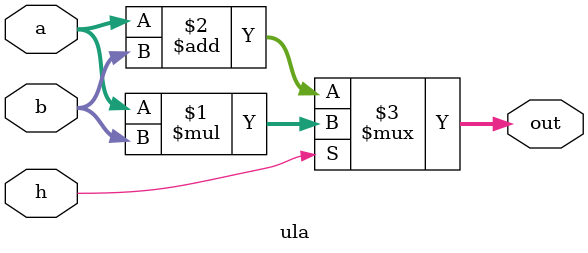
<source format=v>
module ula(
    input signed [15:0] a,
    input signed [15:0] b,
    input h,
    output signed [15:0] out
);

    assign out = h? a * b : a + b;

endmodule
</source>
